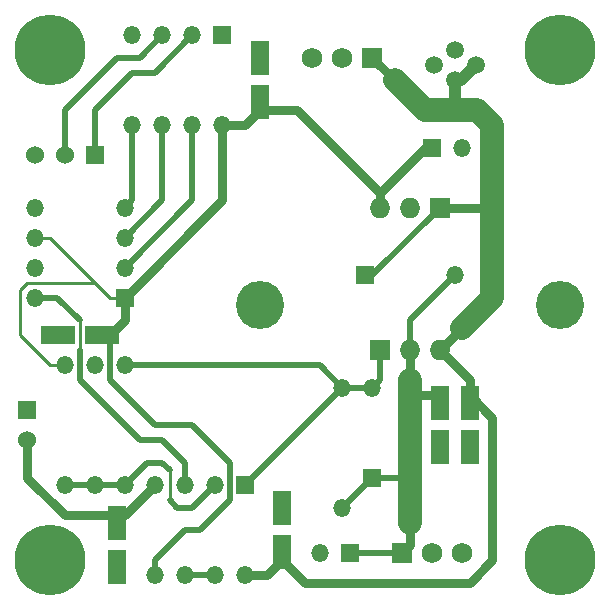
<source format=gtl>
G04 (created by PCBNEW (2013-07-07 BZR 4022)-stable) date 4/8/2015 6:02:03 PM*
%MOIN*%
G04 Gerber Fmt 3.4, Leading zero omitted, Abs format*
%FSLAX34Y34*%
G01*
G70*
G90*
G04 APERTURE LIST*
%ADD10C,0.00590551*%
%ADD11R,0.069X0.069*%
%ADD12O,0.069X0.069*%
%ADD13R,0.059X0.059*%
%ADD14O,0.059X0.059*%
%ADD15R,0.06X0.06*%
%ADD16C,0.06*%
%ADD17C,0.059*%
%ADD18C,0.16*%
%ADD19C,0.23622*%
%ADD20C,0.069*%
%ADD21R,0.059X0.114*%
%ADD22R,0.114X0.059*%
%ADD23C,0.03*%
%ADD24C,0.01*%
%ADD25C,0.02*%
%ADD26C,0.04*%
%ADD27C,0.08*%
G04 APERTURE END LIST*
G54D10*
G54D11*
X62250Y-55000D03*
G54D12*
X61250Y-55000D03*
X60250Y-55000D03*
G54D13*
X62000Y-53000D03*
G54D14*
X63000Y-53000D03*
G54D11*
X60250Y-59750D03*
G54D12*
X61250Y-59750D03*
X62250Y-59750D03*
G54D14*
X50750Y-64250D03*
X50750Y-60250D03*
X51750Y-60250D03*
X51750Y-64250D03*
G54D15*
X50750Y-53250D03*
G54D16*
X49750Y-53250D03*
X48750Y-53250D03*
G54D17*
X62750Y-49757D03*
X63438Y-50250D03*
X62061Y-50250D03*
X62750Y-50742D03*
G54D13*
X55750Y-64250D03*
G54D14*
X54750Y-64250D03*
X53750Y-64250D03*
X52750Y-64250D03*
X52750Y-67250D03*
X53750Y-67250D03*
X55750Y-67250D03*
X54750Y-67250D03*
G54D13*
X51750Y-58000D03*
G54D14*
X51750Y-57000D03*
X51750Y-56000D03*
X51750Y-55000D03*
X48750Y-55000D03*
X48750Y-56000D03*
X48750Y-58000D03*
X48750Y-57000D03*
G54D13*
X55000Y-49250D03*
G54D14*
X54000Y-49250D03*
X53000Y-49250D03*
X52000Y-49250D03*
X52000Y-52250D03*
X53000Y-52250D03*
X55000Y-52250D03*
X54000Y-52250D03*
G54D18*
X66250Y-58250D03*
X56250Y-58250D03*
G54D19*
X49250Y-49750D03*
X49250Y-66750D03*
X66250Y-49750D03*
X66250Y-66750D03*
G54D13*
X59250Y-66500D03*
G54D14*
X58250Y-66500D03*
X59000Y-65000D03*
X59000Y-61000D03*
G54D13*
X60000Y-64000D03*
G54D14*
X60000Y-61000D03*
G54D13*
X59750Y-57250D03*
G54D14*
X62750Y-57250D03*
X49750Y-60250D03*
X49750Y-64250D03*
G54D15*
X48500Y-61750D03*
G54D16*
X48500Y-62750D03*
G54D11*
X61000Y-66500D03*
G54D20*
X63000Y-66500D03*
X62000Y-66500D03*
G54D11*
X60000Y-50000D03*
G54D20*
X58000Y-50000D03*
X59000Y-50000D03*
G54D21*
X56250Y-51475D03*
X56250Y-50025D03*
X62250Y-61525D03*
X62250Y-62975D03*
G54D22*
X50975Y-59250D03*
X49525Y-59250D03*
G54D21*
X51500Y-66975D03*
X51500Y-65525D03*
X57000Y-66475D03*
X57000Y-65025D03*
X63250Y-61525D03*
X63250Y-62975D03*
G54D23*
X60250Y-54500D02*
X61750Y-53000D01*
X61750Y-53000D02*
X62000Y-53000D01*
X60250Y-55000D02*
X60250Y-54500D01*
X57500Y-51750D02*
X56250Y-51750D01*
X59500Y-53750D02*
X57500Y-51750D01*
X60250Y-54500D02*
X59500Y-53750D01*
G54D24*
X50750Y-57500D02*
X49250Y-56000D01*
G54D25*
X51250Y-60500D02*
X51250Y-60750D01*
X52750Y-67250D02*
X52750Y-66750D01*
X54250Y-65750D02*
X55250Y-64750D01*
X53750Y-65750D02*
X54250Y-65750D01*
X52750Y-66750D02*
X53750Y-65750D01*
X55250Y-63500D02*
X55250Y-64750D01*
X51250Y-60000D02*
X51250Y-59250D01*
X51250Y-60500D02*
X51250Y-60000D01*
X54000Y-62250D02*
X55250Y-63500D01*
X52750Y-62250D02*
X54000Y-62250D01*
X51250Y-60750D02*
X52750Y-62250D01*
G54D24*
X49750Y-60250D02*
X49250Y-60250D01*
X50750Y-57500D02*
X51250Y-58000D01*
X51250Y-58000D02*
X51750Y-58000D01*
X49250Y-57500D02*
X50750Y-57500D01*
X48750Y-57500D02*
X49250Y-57500D01*
X48500Y-57500D02*
X48750Y-57500D01*
X48250Y-57750D02*
X48500Y-57500D01*
X48250Y-58250D02*
X48250Y-57750D01*
X48250Y-59250D02*
X48250Y-58250D01*
X49250Y-60250D02*
X48250Y-59250D01*
X48750Y-56000D02*
X49250Y-56000D01*
G54D23*
X51750Y-58000D02*
X51750Y-58750D01*
X51750Y-58750D02*
X51250Y-59250D01*
X55000Y-52250D02*
X55000Y-54750D01*
X55000Y-54750D02*
X51750Y-58000D01*
X55000Y-52250D02*
X55750Y-52250D01*
X55750Y-52250D02*
X56250Y-51750D01*
G54D25*
X51750Y-64250D02*
X52500Y-63500D01*
X54000Y-65000D02*
X54750Y-64250D01*
X53500Y-65000D02*
X54000Y-65000D01*
X53250Y-64750D02*
X53500Y-65000D01*
G54D24*
X53250Y-63750D02*
X53250Y-64750D01*
G54D25*
X53000Y-63500D02*
X53250Y-63750D01*
X52500Y-63500D02*
X53000Y-63500D01*
X51750Y-64250D02*
X50750Y-64250D01*
X49750Y-64250D02*
X50750Y-64250D01*
X51750Y-60250D02*
X58250Y-60250D01*
X58250Y-60250D02*
X59000Y-61000D01*
X55750Y-64250D02*
X59000Y-61000D01*
X60000Y-61000D02*
X59000Y-61000D01*
X60250Y-59750D02*
X60250Y-60750D01*
X60250Y-60750D02*
X60000Y-61000D01*
X53750Y-67250D02*
X54750Y-67250D01*
X52000Y-52250D02*
X52000Y-54750D01*
X52000Y-54750D02*
X51750Y-55000D01*
X53750Y-64250D02*
X53750Y-63500D01*
X49500Y-58000D02*
X50250Y-58750D01*
X50250Y-59750D02*
X50250Y-60750D01*
G54D24*
X50250Y-58750D02*
X50250Y-59750D01*
G54D25*
X50250Y-60750D02*
X52250Y-62750D01*
X49500Y-58000D02*
X48750Y-58000D01*
X53000Y-62750D02*
X52250Y-62750D01*
X53750Y-63500D02*
X53000Y-62750D01*
X53000Y-52250D02*
X53000Y-54750D01*
X53000Y-54750D02*
X51750Y-56000D01*
X54000Y-52250D02*
X54000Y-54750D01*
X54000Y-54750D02*
X51750Y-57000D01*
X50750Y-53250D02*
X50750Y-52500D01*
X50750Y-51750D02*
X52000Y-50500D01*
X52000Y-50500D02*
X52750Y-50500D01*
X52750Y-50500D02*
X54000Y-49250D01*
X50750Y-52500D02*
X50750Y-51750D01*
X49750Y-53250D02*
X49750Y-52500D01*
X49750Y-51750D02*
X51500Y-50000D01*
X51500Y-50000D02*
X52250Y-50000D01*
X52250Y-50000D02*
X53000Y-49250D01*
X49750Y-52500D02*
X49750Y-51750D01*
X59750Y-57250D02*
X60000Y-57250D01*
X60000Y-57250D02*
X62250Y-55000D01*
G54D23*
X62250Y-55000D02*
X64000Y-55000D01*
X61500Y-67500D02*
X63250Y-67500D01*
X57000Y-66750D02*
X57750Y-67500D01*
X61000Y-67500D02*
X61500Y-67500D01*
X64000Y-64000D02*
X64000Y-62250D01*
X64000Y-62250D02*
X64000Y-62000D01*
X64000Y-62000D02*
X63250Y-61250D01*
X61000Y-67500D02*
X57750Y-67500D01*
X64000Y-66750D02*
X64000Y-64000D01*
X63250Y-67500D02*
X64000Y-66750D01*
X55750Y-67250D02*
X56500Y-67250D01*
X56500Y-67250D02*
X57000Y-66750D01*
X63250Y-61250D02*
X63250Y-60750D01*
X63250Y-60750D02*
X62250Y-59750D01*
G54D26*
X62750Y-50742D02*
X62946Y-50742D01*
X62946Y-50742D02*
X63438Y-50250D01*
X62750Y-50742D02*
X62750Y-51500D01*
X62750Y-51500D02*
X63000Y-51750D01*
G54D23*
X60000Y-50000D02*
X60750Y-50750D01*
G54D27*
X60750Y-50750D02*
X61750Y-51750D01*
X64000Y-58000D02*
X63000Y-59000D01*
G54D23*
X63000Y-59000D02*
X62250Y-59750D01*
G54D27*
X64000Y-57250D02*
X64000Y-57500D01*
X64000Y-57500D02*
X64000Y-58000D01*
X63500Y-51750D02*
X64000Y-52250D01*
X63000Y-51750D02*
X63500Y-51750D01*
X64000Y-52250D02*
X64000Y-54500D01*
X64000Y-54500D02*
X64000Y-55000D01*
X64000Y-55000D02*
X64000Y-56750D01*
X64000Y-56750D02*
X64000Y-57250D01*
X61750Y-51750D02*
X63000Y-51750D01*
G54D23*
X48500Y-62750D02*
X48500Y-64000D01*
X49750Y-65250D02*
X51500Y-65250D01*
X48500Y-64000D02*
X49750Y-65250D01*
X51500Y-65250D02*
X51750Y-65250D01*
X51750Y-65250D02*
X52750Y-64250D01*
G54D25*
X61250Y-59750D02*
X61250Y-58750D01*
X61250Y-58750D02*
X62750Y-57250D01*
X61000Y-66500D02*
X59250Y-66500D01*
X60000Y-64000D02*
X59000Y-65000D01*
X60000Y-64000D02*
X61250Y-64000D01*
G54D23*
X62250Y-61250D02*
X61250Y-61250D01*
X61250Y-59750D02*
X61250Y-60750D01*
G54D27*
X61250Y-60750D02*
X61250Y-61250D01*
X61250Y-61250D02*
X61250Y-61500D01*
X61250Y-61500D02*
X61250Y-64000D01*
X61250Y-64000D02*
X61250Y-65500D01*
G54D23*
X61250Y-66250D02*
X61000Y-66500D01*
X61250Y-65500D02*
X61250Y-66250D01*
M02*

</source>
